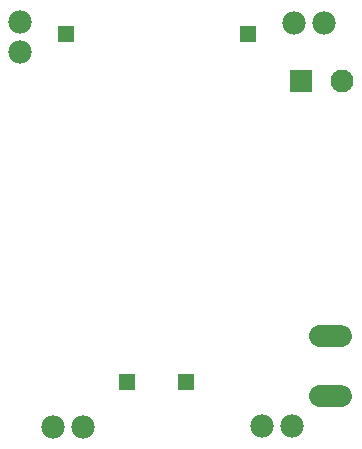
<source format=gts>
G75*
%MOIN*%
%OFA0B0*%
%FSLAX25Y25*%
%IPPOS*%
%LPD*%
%AMOC8*
5,1,8,0,0,1.08239X$1,22.5*
%
%ADD10R,0.05550X0.05550*%
%ADD11C,0.07400*%
%ADD12R,0.07683X0.07683*%
%ADD13C,0.07683*%
%ADD14C,0.07800*%
D10*
X0043441Y0021866D03*
X0063126Y0021866D03*
X0083598Y0137614D03*
X0022969Y0137614D03*
D11*
X0107736Y0037063D02*
X0114736Y0037063D01*
X0114736Y0017063D02*
X0107736Y0017063D01*
D12*
X0101394Y0122063D03*
D13*
X0115173Y0122063D03*
D14*
X0018717Y0006906D03*
X0028717Y0006906D03*
X0088283Y0007063D03*
X0098283Y0007063D03*
X0007795Y0131630D03*
X0007795Y0141630D03*
X0099031Y0141551D03*
X0109031Y0141551D03*
M02*

</source>
